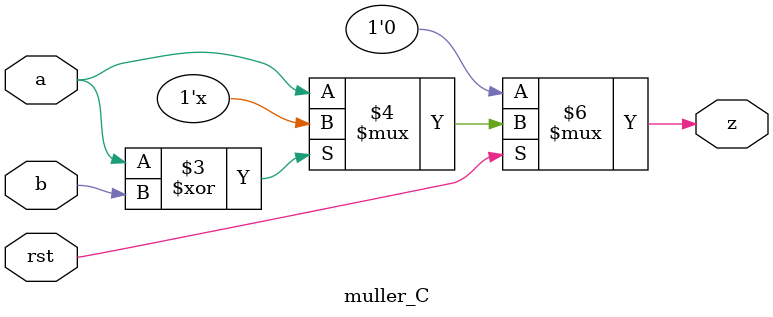
<source format=v>
module muller_C(a,b,rst,z);
  input a;
  input b;
  input rst;
  output reg z;
  always@(*)
  begin
    if(!rst)
      z<=0;
    else
      z<=(a^b)?z:a; 
  end
endmodule
</source>
